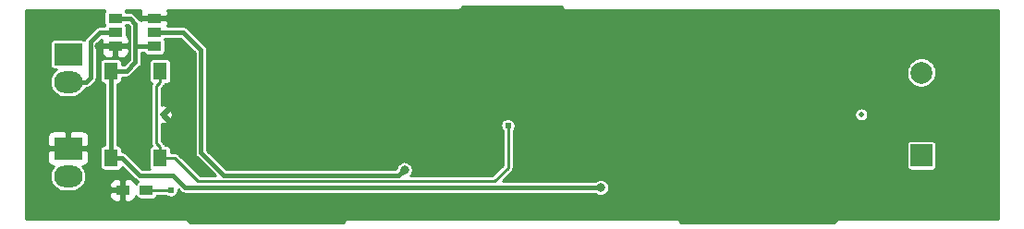
<source format=gbl>
G04 #@! TF.FileFunction,Copper,L2,Bot,Signal*
%FSLAX46Y46*%
G04 Gerber Fmt 4.6, Leading zero omitted, Abs format (unit mm)*
G04 Created by KiCad (PCBNEW 4.0.7-e2-6376~58~ubuntu16.04.1) date Tue Sep 12 22:43:55 2017*
%MOMM*%
%LPD*%
G01*
G04 APERTURE LIST*
%ADD10C,0.100000*%
%ADD11C,0.508000*%
%ADD12R,2.000000X2.000000*%
%ADD13C,2.000000*%
%ADD14R,1.300000X1.550000*%
%ADD15R,1.200000X0.900000*%
%ADD16R,1.270000X0.970000*%
%ADD17R,2.600000X2.000000*%
%ADD18O,2.600000X2.000000*%
%ADD19C,0.812800*%
%ADD20C,0.609600*%
%ADD21C,0.381000*%
%ADD22C,0.254000*%
G04 APERTURE END LIST*
D10*
D11*
X173000000Y-94000000D03*
X109000000Y-94000000D03*
D12*
X178500000Y-97750000D03*
D13*
X178500000Y-90150000D03*
D14*
X104250000Y-97980000D03*
X108750000Y-97980000D03*
X108750000Y-90020000D03*
X104250000Y-90020000D03*
D15*
X105314000Y-100924000D03*
X107514000Y-100924000D03*
D16*
X104636000Y-85176000D03*
X104636000Y-86446000D03*
X104636000Y-87716000D03*
D17*
X100318000Y-88478000D03*
D18*
X100318000Y-91018000D03*
D17*
X100318000Y-97114000D03*
D18*
X100318000Y-99654000D03*
D16*
X108192000Y-87716000D03*
X108192000Y-86446000D03*
X108192000Y-85176000D03*
D19*
X149124327Y-100678667D03*
X145000000Y-97000000D03*
X128500000Y-98500000D03*
X103182552Y-87697935D03*
X109800035Y-85205290D03*
D20*
X140623803Y-95000000D03*
X109716000Y-100924000D03*
D19*
X131138536Y-99064583D03*
D21*
X106488161Y-87716000D02*
X106488161Y-89201860D01*
X106488161Y-89201860D02*
X105670021Y-90020000D01*
X105670021Y-90020000D02*
X104250000Y-90020000D01*
X148549591Y-100678667D02*
X149124327Y-100678667D01*
X110994667Y-100678667D02*
X148549591Y-100678667D01*
X105281000Y-97980000D02*
X106906518Y-99605518D01*
X109921518Y-99605518D02*
X110994667Y-100678667D01*
X104250000Y-97980000D02*
X105281000Y-97980000D01*
X106906518Y-99605518D02*
X109921518Y-99605518D01*
X106488161Y-85667729D02*
X106488161Y-87716000D01*
X108192000Y-87716000D02*
X106488161Y-87716000D01*
X104636000Y-85176000D02*
X105996432Y-85176000D01*
X105996432Y-85176000D02*
X106488161Y-85667729D01*
X108192000Y-87716000D02*
X108163998Y-87687998D01*
X104250000Y-97980000D02*
X104250000Y-97855000D01*
X104250000Y-97855000D02*
X104250000Y-90020000D01*
X103200617Y-87716000D02*
X103182552Y-87697935D01*
X104636000Y-87716000D02*
X103200617Y-87716000D01*
X109770745Y-85176000D02*
X109800035Y-85205290D01*
X108192000Y-85176000D02*
X109770745Y-85176000D01*
D22*
X108750000Y-90020000D02*
X108750000Y-91049000D01*
X108750000Y-91049000D02*
X108386692Y-91412308D01*
X108386692Y-91412308D02*
X108386692Y-96587692D01*
X108386692Y-96587692D02*
X108750000Y-96951000D01*
X108750000Y-96951000D02*
X108750000Y-97980000D01*
X108750000Y-97980000D02*
X110076815Y-97980000D01*
X110076815Y-97980000D02*
X112227642Y-100130827D01*
X139369173Y-100130827D02*
X140623803Y-98876197D01*
X140623803Y-98876197D02*
X140623803Y-95000000D01*
X112227642Y-100130827D02*
X139369173Y-100130827D01*
D21*
X103620000Y-86446000D02*
X104636000Y-86446000D01*
X103248844Y-86446000D02*
X103620000Y-86446000D01*
X102375165Y-90641835D02*
X102375165Y-87319679D01*
X101999000Y-91018000D02*
X102375165Y-90641835D01*
X100318000Y-91018000D02*
X101999000Y-91018000D01*
X102375165Y-87319679D02*
X103248844Y-86446000D01*
D22*
X103747000Y-86446000D02*
X104636000Y-86446000D01*
X109716000Y-100924000D02*
X107514000Y-100924000D01*
D21*
X108192000Y-86446000D02*
X110856415Y-86446000D01*
X110856415Y-86446000D02*
X112500000Y-88089585D01*
X112500000Y-88089585D02*
X112500000Y-97500000D01*
X130604137Y-99598982D02*
X131138536Y-99064583D01*
X112500000Y-97500000D02*
X114598982Y-99598982D01*
X114598982Y-99598982D02*
X130604137Y-99598982D01*
D22*
G36*
X145565091Y-84129663D02*
X145577204Y-84170821D01*
X145577945Y-84172239D01*
X145578407Y-84173768D01*
X145598529Y-84211612D01*
X145618435Y-84249689D01*
X145619438Y-84250937D01*
X145620188Y-84252347D01*
X145647284Y-84285569D01*
X145674200Y-84319046D01*
X145675426Y-84320075D01*
X145676436Y-84321313D01*
X145709471Y-84348642D01*
X145742375Y-84376252D01*
X145743777Y-84377023D01*
X145745008Y-84378041D01*
X145782723Y-84398434D01*
X145820362Y-84419126D01*
X145821887Y-84419610D01*
X145823293Y-84420370D01*
X145864289Y-84433060D01*
X145905192Y-84446035D01*
X145906781Y-84446213D01*
X145908308Y-84446686D01*
X145950956Y-84451169D01*
X145993633Y-84455956D01*
X145996705Y-84455977D01*
X145996817Y-84455989D01*
X145996929Y-84455979D01*
X146000000Y-84456000D01*
X185544000Y-84456000D01*
X185544000Y-103544000D01*
X171000000Y-103544000D01*
X170957272Y-103548189D01*
X170914554Y-103552077D01*
X170913022Y-103552528D01*
X170911429Y-103552684D01*
X170870337Y-103565091D01*
X170829179Y-103577204D01*
X170827761Y-103577945D01*
X170826232Y-103578407D01*
X170788388Y-103598529D01*
X170750311Y-103618435D01*
X170749063Y-103619438D01*
X170747653Y-103620188D01*
X170714431Y-103647284D01*
X170680954Y-103674200D01*
X170679925Y-103675426D01*
X170678687Y-103676436D01*
X170651358Y-103709471D01*
X170623748Y-103742375D01*
X170622977Y-103743777D01*
X170621959Y-103745008D01*
X170601566Y-103782723D01*
X170580874Y-103820362D01*
X170580390Y-103821887D01*
X170579630Y-103823293D01*
X170566940Y-103864289D01*
X170564177Y-103873000D01*
X156435713Y-103873000D01*
X156434909Y-103870337D01*
X156422796Y-103829179D01*
X156422055Y-103827761D01*
X156421593Y-103826232D01*
X156401471Y-103788388D01*
X156381565Y-103750311D01*
X156380562Y-103749063D01*
X156379812Y-103747653D01*
X156352716Y-103714431D01*
X156325800Y-103680954D01*
X156324574Y-103679925D01*
X156323564Y-103678687D01*
X156290529Y-103651358D01*
X156257625Y-103623748D01*
X156256223Y-103622977D01*
X156254992Y-103621959D01*
X156217277Y-103601566D01*
X156179638Y-103580874D01*
X156178113Y-103580390D01*
X156176707Y-103579630D01*
X156135711Y-103566940D01*
X156094808Y-103553965D01*
X156093219Y-103553787D01*
X156091692Y-103553314D01*
X156049044Y-103548831D01*
X156006367Y-103544044D01*
X156003295Y-103544023D01*
X156003183Y-103544011D01*
X156003071Y-103544021D01*
X156000000Y-103544000D01*
X126000000Y-103544000D01*
X125957272Y-103548189D01*
X125914554Y-103552077D01*
X125913022Y-103552528D01*
X125911429Y-103552684D01*
X125870337Y-103565091D01*
X125829179Y-103577204D01*
X125827761Y-103577945D01*
X125826232Y-103578407D01*
X125788388Y-103598529D01*
X125750311Y-103618435D01*
X125749063Y-103619438D01*
X125747653Y-103620188D01*
X125714431Y-103647284D01*
X125680954Y-103674200D01*
X125679925Y-103675426D01*
X125678687Y-103676436D01*
X125651358Y-103709471D01*
X125623748Y-103742375D01*
X125622977Y-103743777D01*
X125621959Y-103745008D01*
X125601566Y-103782723D01*
X125580874Y-103820362D01*
X125580390Y-103821887D01*
X125579630Y-103823293D01*
X125566940Y-103864289D01*
X125564177Y-103873000D01*
X111435713Y-103873000D01*
X111434909Y-103870337D01*
X111422796Y-103829179D01*
X111422055Y-103827761D01*
X111421593Y-103826232D01*
X111401471Y-103788388D01*
X111381565Y-103750311D01*
X111380562Y-103749063D01*
X111379812Y-103747653D01*
X111352716Y-103714431D01*
X111325800Y-103680954D01*
X111324574Y-103679925D01*
X111323564Y-103678687D01*
X111290529Y-103651358D01*
X111257625Y-103623748D01*
X111256223Y-103622977D01*
X111254992Y-103621959D01*
X111217277Y-103601566D01*
X111179638Y-103580874D01*
X111178113Y-103580390D01*
X111176707Y-103579630D01*
X111135711Y-103566940D01*
X111094808Y-103553965D01*
X111093219Y-103553787D01*
X111091692Y-103553314D01*
X111049044Y-103548831D01*
X111006367Y-103544044D01*
X111003295Y-103544023D01*
X111003183Y-103544011D01*
X111003071Y-103544021D01*
X111000000Y-103544000D01*
X96456000Y-103544000D01*
X96456000Y-101209750D01*
X104079000Y-101209750D01*
X104079000Y-101436542D01*
X104103403Y-101559223D01*
X104151270Y-101674785D01*
X104220763Y-101778789D01*
X104309211Y-101867237D01*
X104413215Y-101936730D01*
X104528777Y-101984597D01*
X104651458Y-102009000D01*
X105028250Y-102009000D01*
X105187000Y-101850250D01*
X105187000Y-101051000D01*
X104237750Y-101051000D01*
X104079000Y-101209750D01*
X96456000Y-101209750D01*
X96456000Y-97399750D01*
X98383000Y-97399750D01*
X98383000Y-98176542D01*
X98407403Y-98299223D01*
X98455270Y-98414785D01*
X98524763Y-98518789D01*
X98613211Y-98607237D01*
X98717215Y-98676730D01*
X98832777Y-98724597D01*
X98955458Y-98749000D01*
X98974789Y-98749000D01*
X98864965Y-98881755D01*
X98736773Y-99118841D01*
X98657073Y-99376311D01*
X98628900Y-99644359D01*
X98653327Y-99912774D01*
X98729425Y-100171332D01*
X98854294Y-100410185D01*
X99023179Y-100620235D01*
X99229647Y-100793482D01*
X99465832Y-100923326D01*
X99722740Y-101004822D01*
X99990584Y-101034865D01*
X100009866Y-101035000D01*
X100626134Y-101035000D01*
X100894372Y-101008699D01*
X101152392Y-100930798D01*
X101390368Y-100804264D01*
X101599234Y-100633917D01*
X101771035Y-100426245D01*
X101779030Y-100411458D01*
X104079000Y-100411458D01*
X104079000Y-100638250D01*
X104237750Y-100797000D01*
X105187000Y-100797000D01*
X105187000Y-99997750D01*
X105028250Y-99839000D01*
X104651458Y-99839000D01*
X104528777Y-99863403D01*
X104413215Y-99911270D01*
X104309211Y-99980763D01*
X104220763Y-100069211D01*
X104151270Y-100173215D01*
X104103403Y-100288777D01*
X104079000Y-100411458D01*
X101779030Y-100411458D01*
X101899227Y-100189159D01*
X101978927Y-99931689D01*
X102007100Y-99663641D01*
X101982673Y-99395226D01*
X101906575Y-99136668D01*
X101781706Y-98897815D01*
X101662055Y-98749000D01*
X101680542Y-98749000D01*
X101803223Y-98724597D01*
X101918785Y-98676730D01*
X102022789Y-98607237D01*
X102111237Y-98518789D01*
X102180730Y-98414785D01*
X102228597Y-98299223D01*
X102253000Y-98176542D01*
X102253000Y-97399750D01*
X102094250Y-97241000D01*
X100445000Y-97241000D01*
X100445000Y-97261000D01*
X100191000Y-97261000D01*
X100191000Y-97241000D01*
X98541750Y-97241000D01*
X98383000Y-97399750D01*
X96456000Y-97399750D01*
X96456000Y-96051458D01*
X98383000Y-96051458D01*
X98383000Y-96828250D01*
X98541750Y-96987000D01*
X100191000Y-96987000D01*
X100191000Y-95637750D01*
X100445000Y-95637750D01*
X100445000Y-96987000D01*
X102094250Y-96987000D01*
X102253000Y-96828250D01*
X102253000Y-96051458D01*
X102228597Y-95928777D01*
X102180730Y-95813215D01*
X102111237Y-95709211D01*
X102022789Y-95620763D01*
X101918785Y-95551270D01*
X101803223Y-95503403D01*
X101680542Y-95479000D01*
X100603750Y-95479000D01*
X100445000Y-95637750D01*
X100191000Y-95637750D01*
X100032250Y-95479000D01*
X98955458Y-95479000D01*
X98832777Y-95503403D01*
X98717215Y-95551270D01*
X98613211Y-95620763D01*
X98524763Y-95709211D01*
X98455270Y-95813215D01*
X98407403Y-95928777D01*
X98383000Y-96051458D01*
X96456000Y-96051458D01*
X96456000Y-84456000D01*
X103703265Y-84456000D01*
X103677585Y-84486130D01*
X103633314Y-84584342D01*
X103618157Y-84691000D01*
X103618157Y-85661000D01*
X103622995Y-85721673D01*
X103651551Y-85813884D01*
X103633314Y-85854342D01*
X103630449Y-85874500D01*
X103248844Y-85874500D01*
X103196334Y-85879649D01*
X103143717Y-85884252D01*
X103140830Y-85885091D01*
X103137839Y-85885384D01*
X103087304Y-85900641D01*
X103036608Y-85915370D01*
X103033939Y-85916753D01*
X103031062Y-85917622D01*
X102984475Y-85942393D01*
X102937584Y-85966699D01*
X102935233Y-85968576D01*
X102932581Y-85969986D01*
X102891679Y-86003344D01*
X102850414Y-86036286D01*
X102846232Y-86040410D01*
X102846146Y-86040480D01*
X102846080Y-86040560D01*
X102844733Y-86041888D01*
X101971053Y-86915567D01*
X101937519Y-86956392D01*
X101903613Y-86996800D01*
X101902166Y-86999432D01*
X101900257Y-87001756D01*
X101875296Y-87048309D01*
X101849879Y-87094541D01*
X101848971Y-87097404D01*
X101847550Y-87100054D01*
X101832123Y-87150516D01*
X101829138Y-87159927D01*
X101822870Y-87154585D01*
X101724658Y-87110314D01*
X101618000Y-87095157D01*
X99018000Y-87095157D01*
X98957327Y-87099995D01*
X98854420Y-87131864D01*
X98764465Y-87191140D01*
X98694585Y-87273130D01*
X98650314Y-87371342D01*
X98635157Y-87478000D01*
X98635157Y-89478000D01*
X98639995Y-89538673D01*
X98671864Y-89641580D01*
X98731140Y-89731535D01*
X98813130Y-89801415D01*
X98911342Y-89845686D01*
X99018000Y-89860843D01*
X99258596Y-89860843D01*
X99245632Y-89867736D01*
X99036766Y-90038083D01*
X98864965Y-90245755D01*
X98736773Y-90482841D01*
X98657073Y-90740311D01*
X98628900Y-91008359D01*
X98653327Y-91276774D01*
X98729425Y-91535332D01*
X98854294Y-91774185D01*
X99023179Y-91984235D01*
X99229647Y-92157482D01*
X99465832Y-92287326D01*
X99722740Y-92368822D01*
X99990584Y-92398865D01*
X100009866Y-92399000D01*
X100626134Y-92399000D01*
X100894372Y-92372699D01*
X101152392Y-92294798D01*
X101390368Y-92168264D01*
X101599234Y-91997917D01*
X101771035Y-91790245D01*
X101879577Y-91589500D01*
X101999000Y-91589500D01*
X102051506Y-91584352D01*
X102104128Y-91579748D01*
X102107015Y-91578909D01*
X102110005Y-91578616D01*
X102160514Y-91563366D01*
X102211237Y-91548630D01*
X102213907Y-91547246D01*
X102216782Y-91546378D01*
X102263370Y-91521606D01*
X102310261Y-91497300D01*
X102312611Y-91495424D01*
X102315263Y-91494014D01*
X102356170Y-91460651D01*
X102397430Y-91427714D01*
X102401616Y-91423587D01*
X102401698Y-91423520D01*
X102401760Y-91423445D01*
X102403112Y-91422112D01*
X102779277Y-91045946D01*
X102812790Y-91005147D01*
X102846717Y-90964714D01*
X102848164Y-90962082D01*
X102850073Y-90959758D01*
X102875024Y-90913224D01*
X102900451Y-90866973D01*
X102901360Y-90864107D01*
X102902780Y-90861459D01*
X102918216Y-90810971D01*
X102934176Y-90760657D01*
X102934511Y-90757671D01*
X102935390Y-90754796D01*
X102940730Y-90702223D01*
X102946609Y-90649814D01*
X102946650Y-90643946D01*
X102946662Y-90643830D01*
X102946652Y-90643722D01*
X102946665Y-90641835D01*
X102946665Y-88001750D01*
X103366000Y-88001750D01*
X103366000Y-88263542D01*
X103390403Y-88386223D01*
X103438270Y-88501785D01*
X103507763Y-88605789D01*
X103596211Y-88694237D01*
X103700215Y-88763730D01*
X103815777Y-88811597D01*
X103938458Y-88836000D01*
X104350250Y-88836000D01*
X104509000Y-88677250D01*
X104509000Y-87843000D01*
X104763000Y-87843000D01*
X104763000Y-88677250D01*
X104921750Y-88836000D01*
X105333542Y-88836000D01*
X105456223Y-88811597D01*
X105571785Y-88763730D01*
X105675789Y-88694237D01*
X105764237Y-88605789D01*
X105833730Y-88501785D01*
X105881597Y-88386223D01*
X105906000Y-88263542D01*
X105906000Y-88001750D01*
X105747250Y-87843000D01*
X104763000Y-87843000D01*
X104509000Y-87843000D01*
X103524750Y-87843000D01*
X103366000Y-88001750D01*
X102946665Y-88001750D01*
X102946665Y-87556403D01*
X103373794Y-87129273D01*
X103366000Y-87168458D01*
X103366000Y-87430250D01*
X103524750Y-87589000D01*
X104509000Y-87589000D01*
X104509000Y-87569000D01*
X104763000Y-87569000D01*
X104763000Y-87589000D01*
X105747250Y-87589000D01*
X105906000Y-87430250D01*
X105906000Y-87168458D01*
X105881597Y-87045777D01*
X105833730Y-86930215D01*
X105764237Y-86826211D01*
X105675789Y-86737763D01*
X105653843Y-86723099D01*
X105653843Y-85961000D01*
X105649005Y-85900327D01*
X105620449Y-85808116D01*
X105638686Y-85767658D01*
X105641551Y-85747500D01*
X105759708Y-85747500D01*
X105916661Y-85904452D01*
X105916661Y-88965137D01*
X105433297Y-89448500D01*
X105282843Y-89448500D01*
X105282843Y-89245000D01*
X105278005Y-89184327D01*
X105246136Y-89081420D01*
X105186860Y-88991465D01*
X105104870Y-88921585D01*
X105006658Y-88877314D01*
X104900000Y-88862157D01*
X103600000Y-88862157D01*
X103539327Y-88866995D01*
X103436420Y-88898864D01*
X103346465Y-88958140D01*
X103276585Y-89040130D01*
X103232314Y-89138342D01*
X103217157Y-89245000D01*
X103217157Y-90795000D01*
X103221995Y-90855673D01*
X103253864Y-90958580D01*
X103313140Y-91048535D01*
X103395130Y-91118415D01*
X103493342Y-91162686D01*
X103600000Y-91177843D01*
X103678500Y-91177843D01*
X103678500Y-96822157D01*
X103600000Y-96822157D01*
X103539327Y-96826995D01*
X103436420Y-96858864D01*
X103346465Y-96918140D01*
X103276585Y-97000130D01*
X103232314Y-97098342D01*
X103217157Y-97205000D01*
X103217157Y-98755000D01*
X103221995Y-98815673D01*
X103253864Y-98918580D01*
X103313140Y-99008535D01*
X103395130Y-99078415D01*
X103493342Y-99122686D01*
X103600000Y-99137843D01*
X104900000Y-99137843D01*
X104960673Y-99133005D01*
X105063580Y-99101136D01*
X105153535Y-99041860D01*
X105223415Y-98959870D01*
X105267686Y-98861658D01*
X105278480Y-98785704D01*
X106502407Y-100009630D01*
X106543206Y-100043143D01*
X106583639Y-100077070D01*
X106586271Y-100078517D01*
X106588595Y-100080426D01*
X106635129Y-100105377D01*
X106681380Y-100130804D01*
X106684246Y-100131713D01*
X106686894Y-100133133D01*
X106724825Y-100144730D01*
X106660465Y-100187140D01*
X106590585Y-100269130D01*
X106546314Y-100367342D01*
X106543777Y-100385198D01*
X106524597Y-100288777D01*
X106476730Y-100173215D01*
X106407237Y-100069211D01*
X106318789Y-99980763D01*
X106214785Y-99911270D01*
X106099223Y-99863403D01*
X105976542Y-99839000D01*
X105599750Y-99839000D01*
X105441000Y-99997750D01*
X105441000Y-100797000D01*
X105461000Y-100797000D01*
X105461000Y-101051000D01*
X105441000Y-101051000D01*
X105441000Y-101850250D01*
X105599750Y-102009000D01*
X105976542Y-102009000D01*
X106099223Y-101984597D01*
X106214785Y-101936730D01*
X106318789Y-101867237D01*
X106407237Y-101778789D01*
X106476730Y-101674785D01*
X106524597Y-101559223D01*
X106544140Y-101460974D01*
X106567864Y-101537580D01*
X106627140Y-101627535D01*
X106709130Y-101697415D01*
X106807342Y-101741686D01*
X106914000Y-101756843D01*
X108114000Y-101756843D01*
X108174673Y-101752005D01*
X108277580Y-101720136D01*
X108367535Y-101660860D01*
X108437415Y-101578870D01*
X108481686Y-101480658D01*
X108488601Y-101432000D01*
X109253155Y-101432000D01*
X109269369Y-101448790D01*
X109379807Y-101525546D01*
X109503051Y-101579390D01*
X109634406Y-101608270D01*
X109768868Y-101611087D01*
X109901317Y-101587733D01*
X110026708Y-101539097D01*
X110140263Y-101467032D01*
X110237659Y-101374284D01*
X110315185Y-101264384D01*
X110369888Y-101141519D01*
X110399684Y-101010369D01*
X110401315Y-100893539D01*
X110590556Y-101082779D01*
X110631355Y-101116292D01*
X110671788Y-101150219D01*
X110674420Y-101151666D01*
X110676744Y-101153575D01*
X110723278Y-101178526D01*
X110769529Y-101203953D01*
X110772395Y-101204862D01*
X110775043Y-101206282D01*
X110825531Y-101221718D01*
X110875845Y-101237678D01*
X110878831Y-101238013D01*
X110881706Y-101238892D01*
X110934279Y-101244232D01*
X110986688Y-101250111D01*
X110992556Y-101250152D01*
X110992672Y-101250164D01*
X110992780Y-101250154D01*
X110994667Y-101250167D01*
X148581556Y-101250167D01*
X148611528Y-101281204D01*
X148738328Y-101369332D01*
X148879830Y-101431152D01*
X149030645Y-101464311D01*
X149185028Y-101467545D01*
X149337099Y-101440731D01*
X149481066Y-101384890D01*
X149611445Y-101302149D01*
X149723269Y-101195660D01*
X149812280Y-101069479D01*
X149875087Y-100928412D01*
X149909298Y-100777832D01*
X149911761Y-100601458D01*
X149881768Y-100449982D01*
X149822924Y-100307216D01*
X149737471Y-100178599D01*
X149628663Y-100069029D01*
X149500646Y-99982680D01*
X149358294Y-99922841D01*
X149207031Y-99891791D01*
X149052618Y-99890713D01*
X148900936Y-99919648D01*
X148757763Y-99977494D01*
X148628552Y-100062047D01*
X148582477Y-100107167D01*
X140111253Y-100107167D01*
X140983013Y-99235407D01*
X141012779Y-99199169D01*
X141042961Y-99163200D01*
X141044249Y-99160858D01*
X141045943Y-99158795D01*
X141068103Y-99117466D01*
X141090724Y-99076319D01*
X141091532Y-99073771D01*
X141092794Y-99071418D01*
X141106514Y-99026541D01*
X141120702Y-98981816D01*
X141121000Y-98979163D01*
X141121781Y-98976607D01*
X141126527Y-98929884D01*
X141131753Y-98883290D01*
X141131790Y-98878070D01*
X141131800Y-98877970D01*
X141131791Y-98877876D01*
X141131803Y-98876197D01*
X141131803Y-96750000D01*
X177117157Y-96750000D01*
X177117157Y-98750000D01*
X177121995Y-98810673D01*
X177153864Y-98913580D01*
X177213140Y-99003535D01*
X177295130Y-99073415D01*
X177393342Y-99117686D01*
X177500000Y-99132843D01*
X179500000Y-99132843D01*
X179560673Y-99128005D01*
X179663580Y-99096136D01*
X179753535Y-99036860D01*
X179823415Y-98954870D01*
X179867686Y-98856658D01*
X179882843Y-98750000D01*
X179882843Y-96750000D01*
X179878005Y-96689327D01*
X179846136Y-96586420D01*
X179786860Y-96496465D01*
X179704870Y-96426585D01*
X179606658Y-96382314D01*
X179500000Y-96367157D01*
X177500000Y-96367157D01*
X177439327Y-96371995D01*
X177336420Y-96403864D01*
X177246465Y-96463140D01*
X177176585Y-96545130D01*
X177132314Y-96643342D01*
X177117157Y-96750000D01*
X141131803Y-96750000D01*
X141131803Y-95463291D01*
X141145462Y-95450284D01*
X141222988Y-95340384D01*
X141277691Y-95217519D01*
X141307487Y-95086369D01*
X141309632Y-94932754D01*
X141283509Y-94800823D01*
X141232258Y-94676479D01*
X141157831Y-94564457D01*
X141063063Y-94469025D01*
X140951564Y-94393818D01*
X140827581Y-94341700D01*
X140695835Y-94314657D01*
X140561346Y-94313718D01*
X140429236Y-94338919D01*
X140304537Y-94389301D01*
X140191999Y-94462944D01*
X140095908Y-94557043D01*
X140019924Y-94668015D01*
X139966942Y-94791631D01*
X139938980Y-94923185D01*
X139937102Y-95057664D01*
X139961380Y-95189947D01*
X140010890Y-95314994D01*
X140083746Y-95428044D01*
X140115803Y-95461240D01*
X140115803Y-98665777D01*
X139158753Y-99622827D01*
X131694160Y-99622827D01*
X131737478Y-99581576D01*
X131826489Y-99455395D01*
X131889296Y-99314328D01*
X131923507Y-99163748D01*
X131925970Y-98987374D01*
X131895977Y-98835898D01*
X131837133Y-98693132D01*
X131751680Y-98564515D01*
X131642872Y-98454945D01*
X131514855Y-98368596D01*
X131372503Y-98308757D01*
X131221240Y-98277707D01*
X131066827Y-98276629D01*
X130915145Y-98305564D01*
X130771972Y-98363410D01*
X130642761Y-98447963D01*
X130532434Y-98556003D01*
X130445193Y-98683415D01*
X130384362Y-98825345D01*
X130352257Y-98976388D01*
X130351544Y-99027482D01*
X114835705Y-99027482D01*
X113071500Y-97263276D01*
X113071500Y-94053392D01*
X172364166Y-94053392D01*
X172386646Y-94175876D01*
X172432488Y-94291661D01*
X172499947Y-94396337D01*
X172586453Y-94485916D01*
X172688710Y-94556987D01*
X172802825Y-94606843D01*
X172924450Y-94633583D01*
X173048952Y-94636191D01*
X173171590Y-94614567D01*
X173287692Y-94569534D01*
X173392836Y-94502808D01*
X173483017Y-94416929D01*
X173554800Y-94315170D01*
X173605451Y-94201407D01*
X173633041Y-94079972D01*
X173635027Y-93937735D01*
X173610839Y-93815577D01*
X173563384Y-93700443D01*
X173494470Y-93596720D01*
X173406722Y-93508357D01*
X173303482Y-93438721D01*
X173188683Y-93390464D01*
X173066697Y-93365423D01*
X172942170Y-93364554D01*
X172819846Y-93387889D01*
X172704384Y-93434538D01*
X172600182Y-93502726D01*
X172511208Y-93589855D01*
X172440853Y-93692606D01*
X172391796Y-93807066D01*
X172365905Y-93928875D01*
X172364166Y-94053392D01*
X113071500Y-94053392D01*
X113071500Y-90266118D01*
X177117185Y-90266118D01*
X177166074Y-90532497D01*
X177265773Y-90784307D01*
X177412483Y-91011956D01*
X177600616Y-91206773D01*
X177823006Y-91361338D01*
X178071183Y-91469764D01*
X178335693Y-91527920D01*
X178606462Y-91533592D01*
X178873175Y-91486563D01*
X179125675Y-91388625D01*
X179354342Y-91243508D01*
X179550468Y-91056740D01*
X179706582Y-90835434D01*
X179816738Y-90588020D01*
X179876740Y-90323923D01*
X179881059Y-90014586D01*
X179828455Y-89748916D01*
X179725250Y-89498523D01*
X179575377Y-89272944D01*
X179384542Y-89080773D01*
X179160015Y-88929328D01*
X178910349Y-88824377D01*
X178645052Y-88769920D01*
X178374231Y-88768029D01*
X178108200Y-88818777D01*
X177857092Y-88920231D01*
X177630473Y-89068527D01*
X177436974Y-89258015D01*
X177283965Y-89481479D01*
X177177274Y-89730407D01*
X177120966Y-89995317D01*
X177117185Y-90266118D01*
X113071500Y-90266118D01*
X113071500Y-88089585D01*
X113066347Y-88037029D01*
X113061747Y-87984457D01*
X113060910Y-87981575D01*
X113060616Y-87978580D01*
X113045354Y-87928029D01*
X113030630Y-87877348D01*
X113029246Y-87874678D01*
X113028378Y-87871803D01*
X113003606Y-87825215D01*
X112979300Y-87778324D01*
X112977424Y-87775974D01*
X112976014Y-87773322D01*
X112942651Y-87732415D01*
X112909714Y-87691155D01*
X112905590Y-87686973D01*
X112905520Y-87686887D01*
X112905440Y-87686821D01*
X112904111Y-87685473D01*
X111260527Y-86041888D01*
X111219702Y-86008354D01*
X111179294Y-85974448D01*
X111176662Y-85973001D01*
X111174338Y-85971092D01*
X111127785Y-85946131D01*
X111081553Y-85920714D01*
X111078690Y-85919806D01*
X111076040Y-85918385D01*
X111025578Y-85902958D01*
X110975237Y-85886989D01*
X110972247Y-85886654D01*
X110969376Y-85885776D01*
X110916898Y-85880445D01*
X110864394Y-85874556D01*
X110858516Y-85874515D01*
X110858410Y-85874504D01*
X110858312Y-85874513D01*
X110856415Y-85874500D01*
X109425884Y-85874500D01*
X109437597Y-85846223D01*
X109462000Y-85723542D01*
X109462000Y-85461750D01*
X109303250Y-85303000D01*
X108319000Y-85303000D01*
X108319000Y-85323000D01*
X108065000Y-85323000D01*
X108065000Y-85303000D01*
X107080750Y-85303000D01*
X106987884Y-85395866D01*
X106967461Y-85356468D01*
X106965585Y-85354118D01*
X106964175Y-85351466D01*
X106930812Y-85310559D01*
X106897875Y-85269299D01*
X106893751Y-85265117D01*
X106893681Y-85265031D01*
X106893601Y-85264965D01*
X106892273Y-85263618D01*
X106400544Y-84771888D01*
X106359719Y-84738354D01*
X106319311Y-84704448D01*
X106316679Y-84703001D01*
X106314355Y-84701092D01*
X106267802Y-84676131D01*
X106221570Y-84650714D01*
X106218707Y-84649806D01*
X106216057Y-84648385D01*
X106165595Y-84632958D01*
X106115254Y-84616989D01*
X106112264Y-84616654D01*
X106109393Y-84615776D01*
X106056915Y-84610445D01*
X106004411Y-84604556D01*
X105998533Y-84604515D01*
X105998427Y-84604504D01*
X105998329Y-84604513D01*
X105996432Y-84604500D01*
X105641007Y-84604500D01*
X105617136Y-84527420D01*
X105570074Y-84456000D01*
X106967021Y-84456000D01*
X106946403Y-84505777D01*
X106922000Y-84628458D01*
X106922000Y-84890250D01*
X107080750Y-85049000D01*
X108065000Y-85049000D01*
X108065000Y-85029000D01*
X108319000Y-85029000D01*
X108319000Y-85049000D01*
X109303250Y-85049000D01*
X109462000Y-84890250D01*
X109462000Y-84628458D01*
X109437597Y-84505777D01*
X109416979Y-84456000D01*
X136000000Y-84456000D01*
X136042728Y-84451811D01*
X136085446Y-84447923D01*
X136086978Y-84447472D01*
X136088571Y-84447316D01*
X136129663Y-84434909D01*
X136170821Y-84422796D01*
X136172239Y-84422055D01*
X136173768Y-84421593D01*
X136211612Y-84401471D01*
X136249689Y-84381565D01*
X136250937Y-84380562D01*
X136252347Y-84379812D01*
X136285569Y-84352716D01*
X136319046Y-84325800D01*
X136320075Y-84324574D01*
X136321313Y-84323564D01*
X136348642Y-84290529D01*
X136376252Y-84257625D01*
X136377023Y-84256223D01*
X136378041Y-84254992D01*
X136398434Y-84217277D01*
X136419126Y-84179638D01*
X136419610Y-84178113D01*
X136420370Y-84176707D01*
X136433060Y-84135711D01*
X136435823Y-84127000D01*
X145564287Y-84127000D01*
X145565091Y-84129663D01*
X145565091Y-84129663D01*
G37*
X145565091Y-84129663D02*
X145577204Y-84170821D01*
X145577945Y-84172239D01*
X145578407Y-84173768D01*
X145598529Y-84211612D01*
X145618435Y-84249689D01*
X145619438Y-84250937D01*
X145620188Y-84252347D01*
X145647284Y-84285569D01*
X145674200Y-84319046D01*
X145675426Y-84320075D01*
X145676436Y-84321313D01*
X145709471Y-84348642D01*
X145742375Y-84376252D01*
X145743777Y-84377023D01*
X145745008Y-84378041D01*
X145782723Y-84398434D01*
X145820362Y-84419126D01*
X145821887Y-84419610D01*
X145823293Y-84420370D01*
X145864289Y-84433060D01*
X145905192Y-84446035D01*
X145906781Y-84446213D01*
X145908308Y-84446686D01*
X145950956Y-84451169D01*
X145993633Y-84455956D01*
X145996705Y-84455977D01*
X145996817Y-84455989D01*
X145996929Y-84455979D01*
X146000000Y-84456000D01*
X185544000Y-84456000D01*
X185544000Y-103544000D01*
X171000000Y-103544000D01*
X170957272Y-103548189D01*
X170914554Y-103552077D01*
X170913022Y-103552528D01*
X170911429Y-103552684D01*
X170870337Y-103565091D01*
X170829179Y-103577204D01*
X170827761Y-103577945D01*
X170826232Y-103578407D01*
X170788388Y-103598529D01*
X170750311Y-103618435D01*
X170749063Y-103619438D01*
X170747653Y-103620188D01*
X170714431Y-103647284D01*
X170680954Y-103674200D01*
X170679925Y-103675426D01*
X170678687Y-103676436D01*
X170651358Y-103709471D01*
X170623748Y-103742375D01*
X170622977Y-103743777D01*
X170621959Y-103745008D01*
X170601566Y-103782723D01*
X170580874Y-103820362D01*
X170580390Y-103821887D01*
X170579630Y-103823293D01*
X170566940Y-103864289D01*
X170564177Y-103873000D01*
X156435713Y-103873000D01*
X156434909Y-103870337D01*
X156422796Y-103829179D01*
X156422055Y-103827761D01*
X156421593Y-103826232D01*
X156401471Y-103788388D01*
X156381565Y-103750311D01*
X156380562Y-103749063D01*
X156379812Y-103747653D01*
X156352716Y-103714431D01*
X156325800Y-103680954D01*
X156324574Y-103679925D01*
X156323564Y-103678687D01*
X156290529Y-103651358D01*
X156257625Y-103623748D01*
X156256223Y-103622977D01*
X156254992Y-103621959D01*
X156217277Y-103601566D01*
X156179638Y-103580874D01*
X156178113Y-103580390D01*
X156176707Y-103579630D01*
X156135711Y-103566940D01*
X156094808Y-103553965D01*
X156093219Y-103553787D01*
X156091692Y-103553314D01*
X156049044Y-103548831D01*
X156006367Y-103544044D01*
X156003295Y-103544023D01*
X156003183Y-103544011D01*
X156003071Y-103544021D01*
X156000000Y-103544000D01*
X126000000Y-103544000D01*
X125957272Y-103548189D01*
X125914554Y-103552077D01*
X125913022Y-103552528D01*
X125911429Y-103552684D01*
X125870337Y-103565091D01*
X125829179Y-103577204D01*
X125827761Y-103577945D01*
X125826232Y-103578407D01*
X125788388Y-103598529D01*
X125750311Y-103618435D01*
X125749063Y-103619438D01*
X125747653Y-103620188D01*
X125714431Y-103647284D01*
X125680954Y-103674200D01*
X125679925Y-103675426D01*
X125678687Y-103676436D01*
X125651358Y-103709471D01*
X125623748Y-103742375D01*
X125622977Y-103743777D01*
X125621959Y-103745008D01*
X125601566Y-103782723D01*
X125580874Y-103820362D01*
X125580390Y-103821887D01*
X125579630Y-103823293D01*
X125566940Y-103864289D01*
X125564177Y-103873000D01*
X111435713Y-103873000D01*
X111434909Y-103870337D01*
X111422796Y-103829179D01*
X111422055Y-103827761D01*
X111421593Y-103826232D01*
X111401471Y-103788388D01*
X111381565Y-103750311D01*
X111380562Y-103749063D01*
X111379812Y-103747653D01*
X111352716Y-103714431D01*
X111325800Y-103680954D01*
X111324574Y-103679925D01*
X111323564Y-103678687D01*
X111290529Y-103651358D01*
X111257625Y-103623748D01*
X111256223Y-103622977D01*
X111254992Y-103621959D01*
X111217277Y-103601566D01*
X111179638Y-103580874D01*
X111178113Y-103580390D01*
X111176707Y-103579630D01*
X111135711Y-103566940D01*
X111094808Y-103553965D01*
X111093219Y-103553787D01*
X111091692Y-103553314D01*
X111049044Y-103548831D01*
X111006367Y-103544044D01*
X111003295Y-103544023D01*
X111003183Y-103544011D01*
X111003071Y-103544021D01*
X111000000Y-103544000D01*
X96456000Y-103544000D01*
X96456000Y-101209750D01*
X104079000Y-101209750D01*
X104079000Y-101436542D01*
X104103403Y-101559223D01*
X104151270Y-101674785D01*
X104220763Y-101778789D01*
X104309211Y-101867237D01*
X104413215Y-101936730D01*
X104528777Y-101984597D01*
X104651458Y-102009000D01*
X105028250Y-102009000D01*
X105187000Y-101850250D01*
X105187000Y-101051000D01*
X104237750Y-101051000D01*
X104079000Y-101209750D01*
X96456000Y-101209750D01*
X96456000Y-97399750D01*
X98383000Y-97399750D01*
X98383000Y-98176542D01*
X98407403Y-98299223D01*
X98455270Y-98414785D01*
X98524763Y-98518789D01*
X98613211Y-98607237D01*
X98717215Y-98676730D01*
X98832777Y-98724597D01*
X98955458Y-98749000D01*
X98974789Y-98749000D01*
X98864965Y-98881755D01*
X98736773Y-99118841D01*
X98657073Y-99376311D01*
X98628900Y-99644359D01*
X98653327Y-99912774D01*
X98729425Y-100171332D01*
X98854294Y-100410185D01*
X99023179Y-100620235D01*
X99229647Y-100793482D01*
X99465832Y-100923326D01*
X99722740Y-101004822D01*
X99990584Y-101034865D01*
X100009866Y-101035000D01*
X100626134Y-101035000D01*
X100894372Y-101008699D01*
X101152392Y-100930798D01*
X101390368Y-100804264D01*
X101599234Y-100633917D01*
X101771035Y-100426245D01*
X101779030Y-100411458D01*
X104079000Y-100411458D01*
X104079000Y-100638250D01*
X104237750Y-100797000D01*
X105187000Y-100797000D01*
X105187000Y-99997750D01*
X105028250Y-99839000D01*
X104651458Y-99839000D01*
X104528777Y-99863403D01*
X104413215Y-99911270D01*
X104309211Y-99980763D01*
X104220763Y-100069211D01*
X104151270Y-100173215D01*
X104103403Y-100288777D01*
X104079000Y-100411458D01*
X101779030Y-100411458D01*
X101899227Y-100189159D01*
X101978927Y-99931689D01*
X102007100Y-99663641D01*
X101982673Y-99395226D01*
X101906575Y-99136668D01*
X101781706Y-98897815D01*
X101662055Y-98749000D01*
X101680542Y-98749000D01*
X101803223Y-98724597D01*
X101918785Y-98676730D01*
X102022789Y-98607237D01*
X102111237Y-98518789D01*
X102180730Y-98414785D01*
X102228597Y-98299223D01*
X102253000Y-98176542D01*
X102253000Y-97399750D01*
X102094250Y-97241000D01*
X100445000Y-97241000D01*
X100445000Y-97261000D01*
X100191000Y-97261000D01*
X100191000Y-97241000D01*
X98541750Y-97241000D01*
X98383000Y-97399750D01*
X96456000Y-97399750D01*
X96456000Y-96051458D01*
X98383000Y-96051458D01*
X98383000Y-96828250D01*
X98541750Y-96987000D01*
X100191000Y-96987000D01*
X100191000Y-95637750D01*
X100445000Y-95637750D01*
X100445000Y-96987000D01*
X102094250Y-96987000D01*
X102253000Y-96828250D01*
X102253000Y-96051458D01*
X102228597Y-95928777D01*
X102180730Y-95813215D01*
X102111237Y-95709211D01*
X102022789Y-95620763D01*
X101918785Y-95551270D01*
X101803223Y-95503403D01*
X101680542Y-95479000D01*
X100603750Y-95479000D01*
X100445000Y-95637750D01*
X100191000Y-95637750D01*
X100032250Y-95479000D01*
X98955458Y-95479000D01*
X98832777Y-95503403D01*
X98717215Y-95551270D01*
X98613211Y-95620763D01*
X98524763Y-95709211D01*
X98455270Y-95813215D01*
X98407403Y-95928777D01*
X98383000Y-96051458D01*
X96456000Y-96051458D01*
X96456000Y-84456000D01*
X103703265Y-84456000D01*
X103677585Y-84486130D01*
X103633314Y-84584342D01*
X103618157Y-84691000D01*
X103618157Y-85661000D01*
X103622995Y-85721673D01*
X103651551Y-85813884D01*
X103633314Y-85854342D01*
X103630449Y-85874500D01*
X103248844Y-85874500D01*
X103196334Y-85879649D01*
X103143717Y-85884252D01*
X103140830Y-85885091D01*
X103137839Y-85885384D01*
X103087304Y-85900641D01*
X103036608Y-85915370D01*
X103033939Y-85916753D01*
X103031062Y-85917622D01*
X102984475Y-85942393D01*
X102937584Y-85966699D01*
X102935233Y-85968576D01*
X102932581Y-85969986D01*
X102891679Y-86003344D01*
X102850414Y-86036286D01*
X102846232Y-86040410D01*
X102846146Y-86040480D01*
X102846080Y-86040560D01*
X102844733Y-86041888D01*
X101971053Y-86915567D01*
X101937519Y-86956392D01*
X101903613Y-86996800D01*
X101902166Y-86999432D01*
X101900257Y-87001756D01*
X101875296Y-87048309D01*
X101849879Y-87094541D01*
X101848971Y-87097404D01*
X101847550Y-87100054D01*
X101832123Y-87150516D01*
X101829138Y-87159927D01*
X101822870Y-87154585D01*
X101724658Y-87110314D01*
X101618000Y-87095157D01*
X99018000Y-87095157D01*
X98957327Y-87099995D01*
X98854420Y-87131864D01*
X98764465Y-87191140D01*
X98694585Y-87273130D01*
X98650314Y-87371342D01*
X98635157Y-87478000D01*
X98635157Y-89478000D01*
X98639995Y-89538673D01*
X98671864Y-89641580D01*
X98731140Y-89731535D01*
X98813130Y-89801415D01*
X98911342Y-89845686D01*
X99018000Y-89860843D01*
X99258596Y-89860843D01*
X99245632Y-89867736D01*
X99036766Y-90038083D01*
X98864965Y-90245755D01*
X98736773Y-90482841D01*
X98657073Y-90740311D01*
X98628900Y-91008359D01*
X98653327Y-91276774D01*
X98729425Y-91535332D01*
X98854294Y-91774185D01*
X99023179Y-91984235D01*
X99229647Y-92157482D01*
X99465832Y-92287326D01*
X99722740Y-92368822D01*
X99990584Y-92398865D01*
X100009866Y-92399000D01*
X100626134Y-92399000D01*
X100894372Y-92372699D01*
X101152392Y-92294798D01*
X101390368Y-92168264D01*
X101599234Y-91997917D01*
X101771035Y-91790245D01*
X101879577Y-91589500D01*
X101999000Y-91589500D01*
X102051506Y-91584352D01*
X102104128Y-91579748D01*
X102107015Y-91578909D01*
X102110005Y-91578616D01*
X102160514Y-91563366D01*
X102211237Y-91548630D01*
X102213907Y-91547246D01*
X102216782Y-91546378D01*
X102263370Y-91521606D01*
X102310261Y-91497300D01*
X102312611Y-91495424D01*
X102315263Y-91494014D01*
X102356170Y-91460651D01*
X102397430Y-91427714D01*
X102401616Y-91423587D01*
X102401698Y-91423520D01*
X102401760Y-91423445D01*
X102403112Y-91422112D01*
X102779277Y-91045946D01*
X102812790Y-91005147D01*
X102846717Y-90964714D01*
X102848164Y-90962082D01*
X102850073Y-90959758D01*
X102875024Y-90913224D01*
X102900451Y-90866973D01*
X102901360Y-90864107D01*
X102902780Y-90861459D01*
X102918216Y-90810971D01*
X102934176Y-90760657D01*
X102934511Y-90757671D01*
X102935390Y-90754796D01*
X102940730Y-90702223D01*
X102946609Y-90649814D01*
X102946650Y-90643946D01*
X102946662Y-90643830D01*
X102946652Y-90643722D01*
X102946665Y-90641835D01*
X102946665Y-88001750D01*
X103366000Y-88001750D01*
X103366000Y-88263542D01*
X103390403Y-88386223D01*
X103438270Y-88501785D01*
X103507763Y-88605789D01*
X103596211Y-88694237D01*
X103700215Y-88763730D01*
X103815777Y-88811597D01*
X103938458Y-88836000D01*
X104350250Y-88836000D01*
X104509000Y-88677250D01*
X104509000Y-87843000D01*
X104763000Y-87843000D01*
X104763000Y-88677250D01*
X104921750Y-88836000D01*
X105333542Y-88836000D01*
X105456223Y-88811597D01*
X105571785Y-88763730D01*
X105675789Y-88694237D01*
X105764237Y-88605789D01*
X105833730Y-88501785D01*
X105881597Y-88386223D01*
X105906000Y-88263542D01*
X105906000Y-88001750D01*
X105747250Y-87843000D01*
X104763000Y-87843000D01*
X104509000Y-87843000D01*
X103524750Y-87843000D01*
X103366000Y-88001750D01*
X102946665Y-88001750D01*
X102946665Y-87556403D01*
X103373794Y-87129273D01*
X103366000Y-87168458D01*
X103366000Y-87430250D01*
X103524750Y-87589000D01*
X104509000Y-87589000D01*
X104509000Y-87569000D01*
X104763000Y-87569000D01*
X104763000Y-87589000D01*
X105747250Y-87589000D01*
X105906000Y-87430250D01*
X105906000Y-87168458D01*
X105881597Y-87045777D01*
X105833730Y-86930215D01*
X105764237Y-86826211D01*
X105675789Y-86737763D01*
X105653843Y-86723099D01*
X105653843Y-85961000D01*
X105649005Y-85900327D01*
X105620449Y-85808116D01*
X105638686Y-85767658D01*
X105641551Y-85747500D01*
X105759708Y-85747500D01*
X105916661Y-85904452D01*
X105916661Y-88965137D01*
X105433297Y-89448500D01*
X105282843Y-89448500D01*
X105282843Y-89245000D01*
X105278005Y-89184327D01*
X105246136Y-89081420D01*
X105186860Y-88991465D01*
X105104870Y-88921585D01*
X105006658Y-88877314D01*
X104900000Y-88862157D01*
X103600000Y-88862157D01*
X103539327Y-88866995D01*
X103436420Y-88898864D01*
X103346465Y-88958140D01*
X103276585Y-89040130D01*
X103232314Y-89138342D01*
X103217157Y-89245000D01*
X103217157Y-90795000D01*
X103221995Y-90855673D01*
X103253864Y-90958580D01*
X103313140Y-91048535D01*
X103395130Y-91118415D01*
X103493342Y-91162686D01*
X103600000Y-91177843D01*
X103678500Y-91177843D01*
X103678500Y-96822157D01*
X103600000Y-96822157D01*
X103539327Y-96826995D01*
X103436420Y-96858864D01*
X103346465Y-96918140D01*
X103276585Y-97000130D01*
X103232314Y-97098342D01*
X103217157Y-97205000D01*
X103217157Y-98755000D01*
X103221995Y-98815673D01*
X103253864Y-98918580D01*
X103313140Y-99008535D01*
X103395130Y-99078415D01*
X103493342Y-99122686D01*
X103600000Y-99137843D01*
X104900000Y-99137843D01*
X104960673Y-99133005D01*
X105063580Y-99101136D01*
X105153535Y-99041860D01*
X105223415Y-98959870D01*
X105267686Y-98861658D01*
X105278480Y-98785704D01*
X106502407Y-100009630D01*
X106543206Y-100043143D01*
X106583639Y-100077070D01*
X106586271Y-100078517D01*
X106588595Y-100080426D01*
X106635129Y-100105377D01*
X106681380Y-100130804D01*
X106684246Y-100131713D01*
X106686894Y-100133133D01*
X106724825Y-100144730D01*
X106660465Y-100187140D01*
X106590585Y-100269130D01*
X106546314Y-100367342D01*
X106543777Y-100385198D01*
X106524597Y-100288777D01*
X106476730Y-100173215D01*
X106407237Y-100069211D01*
X106318789Y-99980763D01*
X106214785Y-99911270D01*
X106099223Y-99863403D01*
X105976542Y-99839000D01*
X105599750Y-99839000D01*
X105441000Y-99997750D01*
X105441000Y-100797000D01*
X105461000Y-100797000D01*
X105461000Y-101051000D01*
X105441000Y-101051000D01*
X105441000Y-101850250D01*
X105599750Y-102009000D01*
X105976542Y-102009000D01*
X106099223Y-101984597D01*
X106214785Y-101936730D01*
X106318789Y-101867237D01*
X106407237Y-101778789D01*
X106476730Y-101674785D01*
X106524597Y-101559223D01*
X106544140Y-101460974D01*
X106567864Y-101537580D01*
X106627140Y-101627535D01*
X106709130Y-101697415D01*
X106807342Y-101741686D01*
X106914000Y-101756843D01*
X108114000Y-101756843D01*
X108174673Y-101752005D01*
X108277580Y-101720136D01*
X108367535Y-101660860D01*
X108437415Y-101578870D01*
X108481686Y-101480658D01*
X108488601Y-101432000D01*
X109253155Y-101432000D01*
X109269369Y-101448790D01*
X109379807Y-101525546D01*
X109503051Y-101579390D01*
X109634406Y-101608270D01*
X109768868Y-101611087D01*
X109901317Y-101587733D01*
X110026708Y-101539097D01*
X110140263Y-101467032D01*
X110237659Y-101374284D01*
X110315185Y-101264384D01*
X110369888Y-101141519D01*
X110399684Y-101010369D01*
X110401315Y-100893539D01*
X110590556Y-101082779D01*
X110631355Y-101116292D01*
X110671788Y-101150219D01*
X110674420Y-101151666D01*
X110676744Y-101153575D01*
X110723278Y-101178526D01*
X110769529Y-101203953D01*
X110772395Y-101204862D01*
X110775043Y-101206282D01*
X110825531Y-101221718D01*
X110875845Y-101237678D01*
X110878831Y-101238013D01*
X110881706Y-101238892D01*
X110934279Y-101244232D01*
X110986688Y-101250111D01*
X110992556Y-101250152D01*
X110992672Y-101250164D01*
X110992780Y-101250154D01*
X110994667Y-101250167D01*
X148581556Y-101250167D01*
X148611528Y-101281204D01*
X148738328Y-101369332D01*
X148879830Y-101431152D01*
X149030645Y-101464311D01*
X149185028Y-101467545D01*
X149337099Y-101440731D01*
X149481066Y-101384890D01*
X149611445Y-101302149D01*
X149723269Y-101195660D01*
X149812280Y-101069479D01*
X149875087Y-100928412D01*
X149909298Y-100777832D01*
X149911761Y-100601458D01*
X149881768Y-100449982D01*
X149822924Y-100307216D01*
X149737471Y-100178599D01*
X149628663Y-100069029D01*
X149500646Y-99982680D01*
X149358294Y-99922841D01*
X149207031Y-99891791D01*
X149052618Y-99890713D01*
X148900936Y-99919648D01*
X148757763Y-99977494D01*
X148628552Y-100062047D01*
X148582477Y-100107167D01*
X140111253Y-100107167D01*
X140983013Y-99235407D01*
X141012779Y-99199169D01*
X141042961Y-99163200D01*
X141044249Y-99160858D01*
X141045943Y-99158795D01*
X141068103Y-99117466D01*
X141090724Y-99076319D01*
X141091532Y-99073771D01*
X141092794Y-99071418D01*
X141106514Y-99026541D01*
X141120702Y-98981816D01*
X141121000Y-98979163D01*
X141121781Y-98976607D01*
X141126527Y-98929884D01*
X141131753Y-98883290D01*
X141131790Y-98878070D01*
X141131800Y-98877970D01*
X141131791Y-98877876D01*
X141131803Y-98876197D01*
X141131803Y-96750000D01*
X177117157Y-96750000D01*
X177117157Y-98750000D01*
X177121995Y-98810673D01*
X177153864Y-98913580D01*
X177213140Y-99003535D01*
X177295130Y-99073415D01*
X177393342Y-99117686D01*
X177500000Y-99132843D01*
X179500000Y-99132843D01*
X179560673Y-99128005D01*
X179663580Y-99096136D01*
X179753535Y-99036860D01*
X179823415Y-98954870D01*
X179867686Y-98856658D01*
X179882843Y-98750000D01*
X179882843Y-96750000D01*
X179878005Y-96689327D01*
X179846136Y-96586420D01*
X179786860Y-96496465D01*
X179704870Y-96426585D01*
X179606658Y-96382314D01*
X179500000Y-96367157D01*
X177500000Y-96367157D01*
X177439327Y-96371995D01*
X177336420Y-96403864D01*
X177246465Y-96463140D01*
X177176585Y-96545130D01*
X177132314Y-96643342D01*
X177117157Y-96750000D01*
X141131803Y-96750000D01*
X141131803Y-95463291D01*
X141145462Y-95450284D01*
X141222988Y-95340384D01*
X141277691Y-95217519D01*
X141307487Y-95086369D01*
X141309632Y-94932754D01*
X141283509Y-94800823D01*
X141232258Y-94676479D01*
X141157831Y-94564457D01*
X141063063Y-94469025D01*
X140951564Y-94393818D01*
X140827581Y-94341700D01*
X140695835Y-94314657D01*
X140561346Y-94313718D01*
X140429236Y-94338919D01*
X140304537Y-94389301D01*
X140191999Y-94462944D01*
X140095908Y-94557043D01*
X140019924Y-94668015D01*
X139966942Y-94791631D01*
X139938980Y-94923185D01*
X139937102Y-95057664D01*
X139961380Y-95189947D01*
X140010890Y-95314994D01*
X140083746Y-95428044D01*
X140115803Y-95461240D01*
X140115803Y-98665777D01*
X139158753Y-99622827D01*
X131694160Y-99622827D01*
X131737478Y-99581576D01*
X131826489Y-99455395D01*
X131889296Y-99314328D01*
X131923507Y-99163748D01*
X131925970Y-98987374D01*
X131895977Y-98835898D01*
X131837133Y-98693132D01*
X131751680Y-98564515D01*
X131642872Y-98454945D01*
X131514855Y-98368596D01*
X131372503Y-98308757D01*
X131221240Y-98277707D01*
X131066827Y-98276629D01*
X130915145Y-98305564D01*
X130771972Y-98363410D01*
X130642761Y-98447963D01*
X130532434Y-98556003D01*
X130445193Y-98683415D01*
X130384362Y-98825345D01*
X130352257Y-98976388D01*
X130351544Y-99027482D01*
X114835705Y-99027482D01*
X113071500Y-97263276D01*
X113071500Y-94053392D01*
X172364166Y-94053392D01*
X172386646Y-94175876D01*
X172432488Y-94291661D01*
X172499947Y-94396337D01*
X172586453Y-94485916D01*
X172688710Y-94556987D01*
X172802825Y-94606843D01*
X172924450Y-94633583D01*
X173048952Y-94636191D01*
X173171590Y-94614567D01*
X173287692Y-94569534D01*
X173392836Y-94502808D01*
X173483017Y-94416929D01*
X173554800Y-94315170D01*
X173605451Y-94201407D01*
X173633041Y-94079972D01*
X173635027Y-93937735D01*
X173610839Y-93815577D01*
X173563384Y-93700443D01*
X173494470Y-93596720D01*
X173406722Y-93508357D01*
X173303482Y-93438721D01*
X173188683Y-93390464D01*
X173066697Y-93365423D01*
X172942170Y-93364554D01*
X172819846Y-93387889D01*
X172704384Y-93434538D01*
X172600182Y-93502726D01*
X172511208Y-93589855D01*
X172440853Y-93692606D01*
X172391796Y-93807066D01*
X172365905Y-93928875D01*
X172364166Y-94053392D01*
X113071500Y-94053392D01*
X113071500Y-90266118D01*
X177117185Y-90266118D01*
X177166074Y-90532497D01*
X177265773Y-90784307D01*
X177412483Y-91011956D01*
X177600616Y-91206773D01*
X177823006Y-91361338D01*
X178071183Y-91469764D01*
X178335693Y-91527920D01*
X178606462Y-91533592D01*
X178873175Y-91486563D01*
X179125675Y-91388625D01*
X179354342Y-91243508D01*
X179550468Y-91056740D01*
X179706582Y-90835434D01*
X179816738Y-90588020D01*
X179876740Y-90323923D01*
X179881059Y-90014586D01*
X179828455Y-89748916D01*
X179725250Y-89498523D01*
X179575377Y-89272944D01*
X179384542Y-89080773D01*
X179160015Y-88929328D01*
X178910349Y-88824377D01*
X178645052Y-88769920D01*
X178374231Y-88768029D01*
X178108200Y-88818777D01*
X177857092Y-88920231D01*
X177630473Y-89068527D01*
X177436974Y-89258015D01*
X177283965Y-89481479D01*
X177177274Y-89730407D01*
X177120966Y-89995317D01*
X177117185Y-90266118D01*
X113071500Y-90266118D01*
X113071500Y-88089585D01*
X113066347Y-88037029D01*
X113061747Y-87984457D01*
X113060910Y-87981575D01*
X113060616Y-87978580D01*
X113045354Y-87928029D01*
X113030630Y-87877348D01*
X113029246Y-87874678D01*
X113028378Y-87871803D01*
X113003606Y-87825215D01*
X112979300Y-87778324D01*
X112977424Y-87775974D01*
X112976014Y-87773322D01*
X112942651Y-87732415D01*
X112909714Y-87691155D01*
X112905590Y-87686973D01*
X112905520Y-87686887D01*
X112905440Y-87686821D01*
X112904111Y-87685473D01*
X111260527Y-86041888D01*
X111219702Y-86008354D01*
X111179294Y-85974448D01*
X111176662Y-85973001D01*
X111174338Y-85971092D01*
X111127785Y-85946131D01*
X111081553Y-85920714D01*
X111078690Y-85919806D01*
X111076040Y-85918385D01*
X111025578Y-85902958D01*
X110975237Y-85886989D01*
X110972247Y-85886654D01*
X110969376Y-85885776D01*
X110916898Y-85880445D01*
X110864394Y-85874556D01*
X110858516Y-85874515D01*
X110858410Y-85874504D01*
X110858312Y-85874513D01*
X110856415Y-85874500D01*
X109425884Y-85874500D01*
X109437597Y-85846223D01*
X109462000Y-85723542D01*
X109462000Y-85461750D01*
X109303250Y-85303000D01*
X108319000Y-85303000D01*
X108319000Y-85323000D01*
X108065000Y-85323000D01*
X108065000Y-85303000D01*
X107080750Y-85303000D01*
X106987884Y-85395866D01*
X106967461Y-85356468D01*
X106965585Y-85354118D01*
X106964175Y-85351466D01*
X106930812Y-85310559D01*
X106897875Y-85269299D01*
X106893751Y-85265117D01*
X106893681Y-85265031D01*
X106893601Y-85264965D01*
X106892273Y-85263618D01*
X106400544Y-84771888D01*
X106359719Y-84738354D01*
X106319311Y-84704448D01*
X106316679Y-84703001D01*
X106314355Y-84701092D01*
X106267802Y-84676131D01*
X106221570Y-84650714D01*
X106218707Y-84649806D01*
X106216057Y-84648385D01*
X106165595Y-84632958D01*
X106115254Y-84616989D01*
X106112264Y-84616654D01*
X106109393Y-84615776D01*
X106056915Y-84610445D01*
X106004411Y-84604556D01*
X105998533Y-84604515D01*
X105998427Y-84604504D01*
X105998329Y-84604513D01*
X105996432Y-84604500D01*
X105641007Y-84604500D01*
X105617136Y-84527420D01*
X105570074Y-84456000D01*
X106967021Y-84456000D01*
X106946403Y-84505777D01*
X106922000Y-84628458D01*
X106922000Y-84890250D01*
X107080750Y-85049000D01*
X108065000Y-85049000D01*
X108065000Y-85029000D01*
X108319000Y-85029000D01*
X108319000Y-85049000D01*
X109303250Y-85049000D01*
X109462000Y-84890250D01*
X109462000Y-84628458D01*
X109437597Y-84505777D01*
X109416979Y-84456000D01*
X136000000Y-84456000D01*
X136042728Y-84451811D01*
X136085446Y-84447923D01*
X136086978Y-84447472D01*
X136088571Y-84447316D01*
X136129663Y-84434909D01*
X136170821Y-84422796D01*
X136172239Y-84422055D01*
X136173768Y-84421593D01*
X136211612Y-84401471D01*
X136249689Y-84381565D01*
X136250937Y-84380562D01*
X136252347Y-84379812D01*
X136285569Y-84352716D01*
X136319046Y-84325800D01*
X136320075Y-84324574D01*
X136321313Y-84323564D01*
X136348642Y-84290529D01*
X136376252Y-84257625D01*
X136377023Y-84256223D01*
X136378041Y-84254992D01*
X136398434Y-84217277D01*
X136419126Y-84179638D01*
X136419610Y-84178113D01*
X136420370Y-84176707D01*
X136433060Y-84135711D01*
X136435823Y-84127000D01*
X145564287Y-84127000D01*
X145565091Y-84129663D01*
G36*
X111928500Y-88326308D02*
X111928500Y-97500000D01*
X111933648Y-97552506D01*
X111938252Y-97605128D01*
X111939091Y-97608015D01*
X111939384Y-97611005D01*
X111954634Y-97661514D01*
X111969370Y-97712237D01*
X111970754Y-97714907D01*
X111971622Y-97717782D01*
X111996394Y-97764370D01*
X112020700Y-97811261D01*
X112022576Y-97813611D01*
X112023986Y-97816263D01*
X112057349Y-97857170D01*
X112090286Y-97898430D01*
X112094413Y-97902616D01*
X112094480Y-97902698D01*
X112094555Y-97902760D01*
X112095888Y-97904112D01*
X113814604Y-99622827D01*
X112438062Y-99622827D01*
X110436025Y-97620790D01*
X110399787Y-97591024D01*
X110363818Y-97560842D01*
X110361476Y-97559554D01*
X110359413Y-97557860D01*
X110318066Y-97535690D01*
X110276937Y-97513079D01*
X110274392Y-97512272D01*
X110272037Y-97511009D01*
X110227145Y-97497284D01*
X110182434Y-97483101D01*
X110179781Y-97482803D01*
X110177225Y-97482022D01*
X110130502Y-97477276D01*
X110083908Y-97472050D01*
X110078688Y-97472013D01*
X110078588Y-97472003D01*
X110078494Y-97472012D01*
X110076815Y-97472000D01*
X109782843Y-97472000D01*
X109782843Y-97205000D01*
X109778005Y-97144327D01*
X109746136Y-97041420D01*
X109686860Y-96951465D01*
X109604870Y-96881585D01*
X109506658Y-96837314D01*
X109400000Y-96822157D01*
X109239216Y-96822157D01*
X109234773Y-96807444D01*
X109221671Y-96762345D01*
X109220440Y-96759971D01*
X109219669Y-96757416D01*
X109197639Y-96715984D01*
X109176044Y-96674323D01*
X109174379Y-96672237D01*
X109173124Y-96669877D01*
X109143426Y-96633464D01*
X109114190Y-96596841D01*
X109110527Y-96593126D01*
X109110462Y-96593046D01*
X109110388Y-96592985D01*
X109109210Y-96591790D01*
X108894692Y-96377272D01*
X108894692Y-94885113D01*
X108917071Y-94889443D01*
X109092186Y-94888531D01*
X109263759Y-94853474D01*
X109416991Y-94790004D01*
X109421781Y-94601387D01*
X109000000Y-94179605D01*
X108985858Y-94193748D01*
X108894692Y-94102582D01*
X108894692Y-94000000D01*
X109179605Y-94000000D01*
X109601387Y-94421781D01*
X109790004Y-94416991D01*
X109856175Y-94254857D01*
X109889443Y-94082929D01*
X109888531Y-93907814D01*
X109853474Y-93736241D01*
X109790004Y-93583009D01*
X109601387Y-93578219D01*
X109179605Y-94000000D01*
X108894692Y-94000000D01*
X108894692Y-93897418D01*
X108985858Y-93806253D01*
X109000000Y-93820395D01*
X109421781Y-93398613D01*
X109416991Y-93209996D01*
X109254857Y-93143825D01*
X109082929Y-93110557D01*
X108907814Y-93111469D01*
X108894692Y-93114150D01*
X108894692Y-91622728D01*
X109109210Y-91408210D01*
X109138976Y-91371972D01*
X109169158Y-91336003D01*
X109170446Y-91333661D01*
X109172140Y-91331598D01*
X109194310Y-91290251D01*
X109216921Y-91249122D01*
X109217728Y-91246577D01*
X109218991Y-91244222D01*
X109232716Y-91199330D01*
X109239532Y-91177843D01*
X109400000Y-91177843D01*
X109460673Y-91173005D01*
X109563580Y-91141136D01*
X109653535Y-91081860D01*
X109723415Y-90999870D01*
X109767686Y-90901658D01*
X109782843Y-90795000D01*
X109782843Y-89245000D01*
X109778005Y-89184327D01*
X109746136Y-89081420D01*
X109686860Y-88991465D01*
X109604870Y-88921585D01*
X109506658Y-88877314D01*
X109400000Y-88862157D01*
X108100000Y-88862157D01*
X108039327Y-88866995D01*
X107936420Y-88898864D01*
X107846465Y-88958140D01*
X107776585Y-89040130D01*
X107732314Y-89138342D01*
X107717157Y-89245000D01*
X107717157Y-90795000D01*
X107721995Y-90855673D01*
X107753864Y-90958580D01*
X107813140Y-91048535D01*
X107895130Y-91118415D01*
X107955916Y-91145816D01*
X107942382Y-91171057D01*
X107919771Y-91212186D01*
X107918964Y-91214731D01*
X107917701Y-91217086D01*
X107903976Y-91261978D01*
X107889793Y-91306689D01*
X107889495Y-91309342D01*
X107888714Y-91311898D01*
X107883968Y-91358621D01*
X107878742Y-91405215D01*
X107878705Y-91410435D01*
X107878695Y-91410535D01*
X107878704Y-91410629D01*
X107878692Y-91412308D01*
X107878692Y-96587692D01*
X107883271Y-96634396D01*
X107887361Y-96681140D01*
X107888106Y-96683706D01*
X107888367Y-96686363D01*
X107901919Y-96731248D01*
X107915021Y-96776347D01*
X107916252Y-96778721D01*
X107917023Y-96781276D01*
X107939032Y-96822669D01*
X107954837Y-96853160D01*
X107936420Y-96858864D01*
X107846465Y-96918140D01*
X107776585Y-97000130D01*
X107732314Y-97098342D01*
X107717157Y-97205000D01*
X107717157Y-98755000D01*
X107721995Y-98815673D01*
X107753864Y-98918580D01*
X107813140Y-99008535D01*
X107843039Y-99034018D01*
X107143241Y-99034018D01*
X105685112Y-97575888D01*
X105644287Y-97542354D01*
X105603879Y-97508448D01*
X105601247Y-97507001D01*
X105598923Y-97505092D01*
X105552370Y-97480131D01*
X105506138Y-97454714D01*
X105503275Y-97453806D01*
X105500625Y-97452385D01*
X105450163Y-97436958D01*
X105399822Y-97420989D01*
X105396832Y-97420654D01*
X105393961Y-97419776D01*
X105341483Y-97414445D01*
X105288979Y-97408556D01*
X105283101Y-97408515D01*
X105282995Y-97408504D01*
X105282897Y-97408513D01*
X105282843Y-97408513D01*
X105282843Y-97205000D01*
X105278005Y-97144327D01*
X105246136Y-97041420D01*
X105186860Y-96951465D01*
X105104870Y-96881585D01*
X105006658Y-96837314D01*
X104900000Y-96822157D01*
X104821500Y-96822157D01*
X104821500Y-91177843D01*
X104900000Y-91177843D01*
X104960673Y-91173005D01*
X105063580Y-91141136D01*
X105153535Y-91081860D01*
X105223415Y-90999870D01*
X105267686Y-90901658D01*
X105282843Y-90795000D01*
X105282843Y-90591500D01*
X105670021Y-90591500D01*
X105722527Y-90586352D01*
X105775149Y-90581748D01*
X105778036Y-90580909D01*
X105781026Y-90580616D01*
X105831535Y-90565366D01*
X105882258Y-90550630D01*
X105884928Y-90549246D01*
X105887803Y-90548378D01*
X105934391Y-90523606D01*
X105981282Y-90499300D01*
X105983632Y-90497424D01*
X105986284Y-90496014D01*
X106027191Y-90462651D01*
X106068451Y-90429714D01*
X106072637Y-90425587D01*
X106072719Y-90425520D01*
X106072781Y-90425445D01*
X106074133Y-90424112D01*
X106892273Y-89605971D01*
X106925786Y-89565172D01*
X106959713Y-89524739D01*
X106961160Y-89522107D01*
X106963069Y-89519783D01*
X106988020Y-89473249D01*
X107013447Y-89426998D01*
X107014356Y-89424132D01*
X107015776Y-89421484D01*
X107031212Y-89370996D01*
X107047172Y-89320682D01*
X107047507Y-89317696D01*
X107048386Y-89314821D01*
X107053726Y-89262248D01*
X107059605Y-89209839D01*
X107059646Y-89203971D01*
X107059658Y-89203855D01*
X107059648Y-89203747D01*
X107059661Y-89201860D01*
X107059661Y-88287500D01*
X107186993Y-88287500D01*
X107210864Y-88364580D01*
X107270140Y-88454535D01*
X107352130Y-88524415D01*
X107450342Y-88568686D01*
X107557000Y-88583843D01*
X108827000Y-88583843D01*
X108887673Y-88579005D01*
X108990580Y-88547136D01*
X109080535Y-88487860D01*
X109150415Y-88405870D01*
X109194686Y-88307658D01*
X109209843Y-88201000D01*
X109209843Y-87231000D01*
X109205005Y-87170327D01*
X109176449Y-87078116D01*
X109194686Y-87037658D01*
X109197551Y-87017500D01*
X110619691Y-87017500D01*
X111928500Y-88326308D01*
X111928500Y-88326308D01*
G37*
X111928500Y-88326308D02*
X111928500Y-97500000D01*
X111933648Y-97552506D01*
X111938252Y-97605128D01*
X111939091Y-97608015D01*
X111939384Y-97611005D01*
X111954634Y-97661514D01*
X111969370Y-97712237D01*
X111970754Y-97714907D01*
X111971622Y-97717782D01*
X111996394Y-97764370D01*
X112020700Y-97811261D01*
X112022576Y-97813611D01*
X112023986Y-97816263D01*
X112057349Y-97857170D01*
X112090286Y-97898430D01*
X112094413Y-97902616D01*
X112094480Y-97902698D01*
X112094555Y-97902760D01*
X112095888Y-97904112D01*
X113814604Y-99622827D01*
X112438062Y-99622827D01*
X110436025Y-97620790D01*
X110399787Y-97591024D01*
X110363818Y-97560842D01*
X110361476Y-97559554D01*
X110359413Y-97557860D01*
X110318066Y-97535690D01*
X110276937Y-97513079D01*
X110274392Y-97512272D01*
X110272037Y-97511009D01*
X110227145Y-97497284D01*
X110182434Y-97483101D01*
X110179781Y-97482803D01*
X110177225Y-97482022D01*
X110130502Y-97477276D01*
X110083908Y-97472050D01*
X110078688Y-97472013D01*
X110078588Y-97472003D01*
X110078494Y-97472012D01*
X110076815Y-97472000D01*
X109782843Y-97472000D01*
X109782843Y-97205000D01*
X109778005Y-97144327D01*
X109746136Y-97041420D01*
X109686860Y-96951465D01*
X109604870Y-96881585D01*
X109506658Y-96837314D01*
X109400000Y-96822157D01*
X109239216Y-96822157D01*
X109234773Y-96807444D01*
X109221671Y-96762345D01*
X109220440Y-96759971D01*
X109219669Y-96757416D01*
X109197639Y-96715984D01*
X109176044Y-96674323D01*
X109174379Y-96672237D01*
X109173124Y-96669877D01*
X109143426Y-96633464D01*
X109114190Y-96596841D01*
X109110527Y-96593126D01*
X109110462Y-96593046D01*
X109110388Y-96592985D01*
X109109210Y-96591790D01*
X108894692Y-96377272D01*
X108894692Y-94885113D01*
X108917071Y-94889443D01*
X109092186Y-94888531D01*
X109263759Y-94853474D01*
X109416991Y-94790004D01*
X109421781Y-94601387D01*
X109000000Y-94179605D01*
X108985858Y-94193748D01*
X108894692Y-94102582D01*
X108894692Y-94000000D01*
X109179605Y-94000000D01*
X109601387Y-94421781D01*
X109790004Y-94416991D01*
X109856175Y-94254857D01*
X109889443Y-94082929D01*
X109888531Y-93907814D01*
X109853474Y-93736241D01*
X109790004Y-93583009D01*
X109601387Y-93578219D01*
X109179605Y-94000000D01*
X108894692Y-94000000D01*
X108894692Y-93897418D01*
X108985858Y-93806253D01*
X109000000Y-93820395D01*
X109421781Y-93398613D01*
X109416991Y-93209996D01*
X109254857Y-93143825D01*
X109082929Y-93110557D01*
X108907814Y-93111469D01*
X108894692Y-93114150D01*
X108894692Y-91622728D01*
X109109210Y-91408210D01*
X109138976Y-91371972D01*
X109169158Y-91336003D01*
X109170446Y-91333661D01*
X109172140Y-91331598D01*
X109194310Y-91290251D01*
X109216921Y-91249122D01*
X109217728Y-91246577D01*
X109218991Y-91244222D01*
X109232716Y-91199330D01*
X109239532Y-91177843D01*
X109400000Y-91177843D01*
X109460673Y-91173005D01*
X109563580Y-91141136D01*
X109653535Y-91081860D01*
X109723415Y-90999870D01*
X109767686Y-90901658D01*
X109782843Y-90795000D01*
X109782843Y-89245000D01*
X109778005Y-89184327D01*
X109746136Y-89081420D01*
X109686860Y-88991465D01*
X109604870Y-88921585D01*
X109506658Y-88877314D01*
X109400000Y-88862157D01*
X108100000Y-88862157D01*
X108039327Y-88866995D01*
X107936420Y-88898864D01*
X107846465Y-88958140D01*
X107776585Y-89040130D01*
X107732314Y-89138342D01*
X107717157Y-89245000D01*
X107717157Y-90795000D01*
X107721995Y-90855673D01*
X107753864Y-90958580D01*
X107813140Y-91048535D01*
X107895130Y-91118415D01*
X107955916Y-91145816D01*
X107942382Y-91171057D01*
X107919771Y-91212186D01*
X107918964Y-91214731D01*
X107917701Y-91217086D01*
X107903976Y-91261978D01*
X107889793Y-91306689D01*
X107889495Y-91309342D01*
X107888714Y-91311898D01*
X107883968Y-91358621D01*
X107878742Y-91405215D01*
X107878705Y-91410435D01*
X107878695Y-91410535D01*
X107878704Y-91410629D01*
X107878692Y-91412308D01*
X107878692Y-96587692D01*
X107883271Y-96634396D01*
X107887361Y-96681140D01*
X107888106Y-96683706D01*
X107888367Y-96686363D01*
X107901919Y-96731248D01*
X107915021Y-96776347D01*
X107916252Y-96778721D01*
X107917023Y-96781276D01*
X107939032Y-96822669D01*
X107954837Y-96853160D01*
X107936420Y-96858864D01*
X107846465Y-96918140D01*
X107776585Y-97000130D01*
X107732314Y-97098342D01*
X107717157Y-97205000D01*
X107717157Y-98755000D01*
X107721995Y-98815673D01*
X107753864Y-98918580D01*
X107813140Y-99008535D01*
X107843039Y-99034018D01*
X107143241Y-99034018D01*
X105685112Y-97575888D01*
X105644287Y-97542354D01*
X105603879Y-97508448D01*
X105601247Y-97507001D01*
X105598923Y-97505092D01*
X105552370Y-97480131D01*
X105506138Y-97454714D01*
X105503275Y-97453806D01*
X105500625Y-97452385D01*
X105450163Y-97436958D01*
X105399822Y-97420989D01*
X105396832Y-97420654D01*
X105393961Y-97419776D01*
X105341483Y-97414445D01*
X105288979Y-97408556D01*
X105283101Y-97408515D01*
X105282995Y-97408504D01*
X105282897Y-97408513D01*
X105282843Y-97408513D01*
X105282843Y-97205000D01*
X105278005Y-97144327D01*
X105246136Y-97041420D01*
X105186860Y-96951465D01*
X105104870Y-96881585D01*
X105006658Y-96837314D01*
X104900000Y-96822157D01*
X104821500Y-96822157D01*
X104821500Y-91177843D01*
X104900000Y-91177843D01*
X104960673Y-91173005D01*
X105063580Y-91141136D01*
X105153535Y-91081860D01*
X105223415Y-90999870D01*
X105267686Y-90901658D01*
X105282843Y-90795000D01*
X105282843Y-90591500D01*
X105670021Y-90591500D01*
X105722527Y-90586352D01*
X105775149Y-90581748D01*
X105778036Y-90580909D01*
X105781026Y-90580616D01*
X105831535Y-90565366D01*
X105882258Y-90550630D01*
X105884928Y-90549246D01*
X105887803Y-90548378D01*
X105934391Y-90523606D01*
X105981282Y-90499300D01*
X105983632Y-90497424D01*
X105986284Y-90496014D01*
X106027191Y-90462651D01*
X106068451Y-90429714D01*
X106072637Y-90425587D01*
X106072719Y-90425520D01*
X106072781Y-90425445D01*
X106074133Y-90424112D01*
X106892273Y-89605971D01*
X106925786Y-89565172D01*
X106959713Y-89524739D01*
X106961160Y-89522107D01*
X106963069Y-89519783D01*
X106988020Y-89473249D01*
X107013447Y-89426998D01*
X107014356Y-89424132D01*
X107015776Y-89421484D01*
X107031212Y-89370996D01*
X107047172Y-89320682D01*
X107047507Y-89317696D01*
X107048386Y-89314821D01*
X107053726Y-89262248D01*
X107059605Y-89209839D01*
X107059646Y-89203971D01*
X107059658Y-89203855D01*
X107059648Y-89203747D01*
X107059661Y-89201860D01*
X107059661Y-88287500D01*
X107186993Y-88287500D01*
X107210864Y-88364580D01*
X107270140Y-88454535D01*
X107352130Y-88524415D01*
X107450342Y-88568686D01*
X107557000Y-88583843D01*
X108827000Y-88583843D01*
X108887673Y-88579005D01*
X108990580Y-88547136D01*
X109080535Y-88487860D01*
X109150415Y-88405870D01*
X109194686Y-88307658D01*
X109209843Y-88201000D01*
X109209843Y-87231000D01*
X109205005Y-87170327D01*
X109176449Y-87078116D01*
X109194686Y-87037658D01*
X109197551Y-87017500D01*
X110619691Y-87017500D01*
X111928500Y-88326308D01*
M02*

</source>
